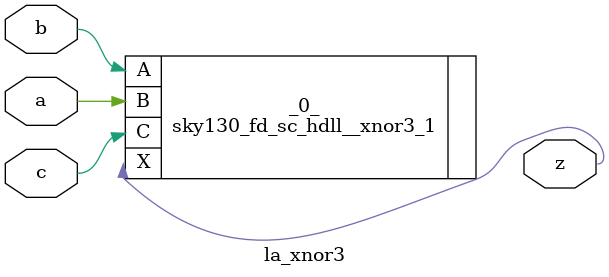
<source format=v>

/* Generated by Yosys 0.37 (git sha1 a5c7f69ed, clang 14.0.0-1ubuntu1.1 -fPIC -Os) */

module la_xnor3(a, b, c, z);
  input a;
  wire a;
  input b;
  wire b;
  input c;
  wire c;
  output z;
  wire z;
  sky130_fd_sc_hdll__xnor3_1 _0_ (
    .A(b),
    .B(a),
    .C(c),
    .X(z)
  );
endmodule

</source>
